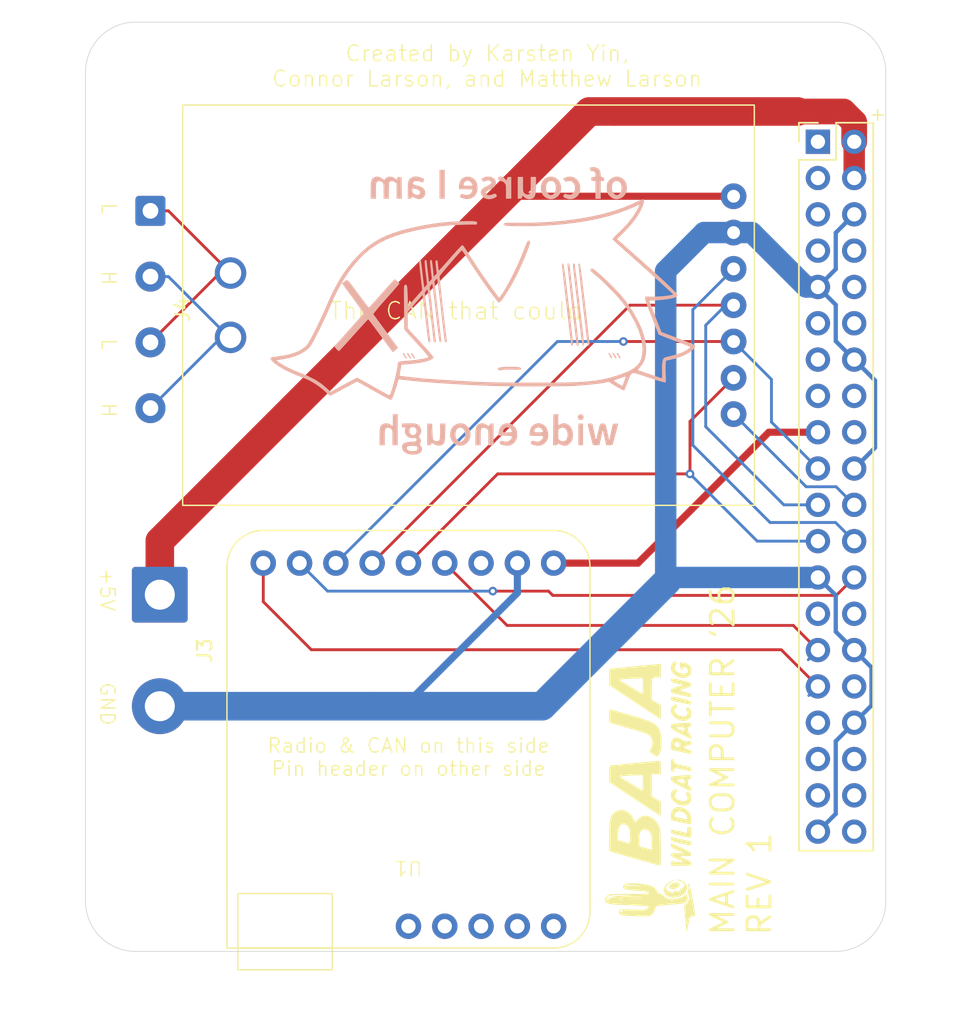
<source format=kicad_pcb>
(kicad_pcb (version 20240108) (generator "pcbnew") (generator_version "8.0")
  (layers (0 "F.Cu" signal) (31 "B.Cu" signal) (34 "B.Paste" user) (35 "F.Paste" user) (36 "B.SilkS" user "B.Silkscreen") (37 "F.SilkS" user "F.Silkscreen") (38 "B.Mask" user) (39 "F.Mask" user) (44 "Edge.Cuts" user))
  (net 0 "")
  (net 1 "INT")
  (net 4 "+5v")
  (net 6 "GND")
  (net 10 "CSN")
  (net 11 "3V3")
  (net 16 "RADIO_INT")
  (net 22 "RST")
  (net 29 "High")
  (net 30 "Low")
  (net 31 "SO")
  (net 32 "SCK")
  (net 34 "SI")
  (net 35 "CS")
  (footprint "MountingHole:MountingHole_3.2mm_M3" (layer "F.Cu") (at 147.5 87.5 180)
    (property "Reference" "REF**" (hide yes))
    (property "Value" "MountingHole_3.2mm_M3")
    (pad "" np_thru_hole circle (at 0 0 180) (size 3.2 3.2) (drill 3.2) (layers "*.Cu" "*.Mask"))
  )
  (footprint "MountingHole:MountingHole_3.2mm_M3" (layer "F.Cu") (at 98.5 145.5 180)
    (property "Reference" "REF**" (hide yes))
    (property "Value" "MountingHole_3.2mm_M3")
    (pad "" np_thru_hole circle (at 0 0 180) (size 3.2 3.2) (drill 3.2) (layers "*.Cu" "*.Mask"))
  )
  (footprint "Connector_Wire:SolderWire-0.5sqmm_1x04_P4.6mm_D0.9mm_OD2.1mm" (layer "F.Cu") (at 99.545 97.2 -90)
    (property "Reference" "J4" (at 6.9 -2.25 -90) (layer "F.SilkS"))
    (property "Value" "CAN to outer connector")
    (pad "1" thru_hole roundrect (at 0 0 270) (size 2.1 2.1) (drill 1.1) (layers "*.Cu" "*.Mask") (roundrect_rratio 0.119048) (net 30 "Low"))
    (pad "2" thru_hole circle (at 4.6 0 270) (size 2.1 2.1) (drill 1.1) (layers "*.Cu" "*.Mask") (net 29 "High"))
    (pad "3" thru_hole circle (at 9.2 0 270) (size 2.1 2.1) (drill 1.1) (layers "*.Cu" "*.Mask") (net 30 "Low"))
    (pad "4" thru_hole circle (at 13.8 0 270) (size 2.1 2.1) (drill 1.1) (layers "*.Cu" "*.Mask") (net 29 "High"))
  )
  (footprint "0_custom:HiLetgo CAN Bus (Facing Up)" (layer "F.Cu") (at 127.85 101.4 180)
    (property "Reference" "UNIT_1" (hide yes))
    (property "Value" "HiLetgo CAN Bus" (hide yes))
    (pad "1" thru_hole circle (at -12.5 -10.02) (size 1.8 1.8) (drill 0.9) (layers "*.Cu" "*.Mask" "Dwgs.User") (net 1 "INT"))
    (pad "2" thru_hole circle (at -12.5 -7.48) (size 1.8 1.8) (drill 0.9) (layers "*.Cu" "*.Mask") (net 32 "SCK"))
    (pad "3" thru_hole circle (at -12.5 -4.94) (size 1.8 1.8) (drill 0.9) (layers "*.Cu" "*.Mask") (net 34 "SI"))
    (pad "4" thru_hole circle (at -12.5 -2.4) (size 1.8 1.8) (drill 0.9) (layers "*.Cu" "*.Mask") (net 31 "SO"))
    (pad "5" thru_hole circle (at -12.5 0.14) (size 1.8 1.8) (drill 0.9) (layers "*.Cu" "*.Mask") (net 35 "CS"))
    (pad "6" thru_hole circle (at -12.5 2.68) (size 1.8 1.8) (drill 0.9) (layers "*.Cu" "*.Mask") (net 6 "GND"))
    (pad "7" thru_hole circle (at -12.5 5.22) (size 1.8 1.8) (drill 0.9) (layers "*.Cu" "*.Mask") (net 4 "+5v"))
    (pad "8" thru_hole circle (at 22.7 -4.65) (size 2.2 2.2) (drill 1.5) (layers "*.Cu" "*.Mask") (net 29 "High"))
    (pad "9" thru_hole circle (at 22.7 -0.15) (size 2.2 2.2) (drill 1.5) (layers "*.Cu" "*.Mask") (net 30 "Low"))
  )
  (footprint "Connector_PinHeader_2.54mm:PinHeader_2x20_P2.54mm_Vertical" (layer "F.Cu") (at 146.25 92.365)
    (property "Reference" "J1" (hide yes))
    (property "Value" "Pi 5 GPIO HEADER" (hide yes))
    (pad "1" thru_hole rect (at 0 0) (size 1.7 1.7) (drill 1) (layers "*.Cu" "*.Mask"))
    (pad "2" thru_hole oval (at 2.54 0) (size 1.7 1.7) (drill 1) (layers "*.Cu" "*.Mask") (net 4 "+5v"))
    (pad "3" thru_hole oval (at 0 2.54) (size 1.7 1.7) (drill 1) (layers "*.Cu" "*.Mask"))
    (pad "4" thru_hole oval (at 2.54 2.54) (size 1.7 1.7) (drill 1) (layers "*.Cu" "*.Mask") (net 4 "+5v"))
    (pad "5" thru_hole oval (at 0 5.08) (size 1.7 1.7) (drill 1) (layers "*.Cu" "*.Mask"))
    (pad "6" thru_hole oval (at 2.54 5.08) (size 1.7 1.7) (drill 1) (layers "*.Cu" "*.Mask") (net 6 "GND"))
    (pad "7" thru_hole oval (at 0 7.62) (size 1.7 1.7) (drill 1) (layers "*.Cu" "*.Mask"))
    (pad "8" thru_hole oval (at 2.54 7.62) (size 1.7 1.7) (drill 1) (layers "*.Cu" "*.Mask"))
    (pad "9" thru_hole oval (at 0 10.16) (size 1.7 1.7) (drill 1) (layers "*.Cu" "*.Mask") (net 6 "GND"))
    (pad "10" thru_hole oval (at 2.54 10.16) (size 1.7 1.7) (drill 1) (layers "*.Cu" "*.Mask"))
    (pad "11" thru_hole oval (at 0 12.7) (size 1.7 1.7) (drill 1) (layers "*.Cu" "*.Mask"))
    (pad "12" thru_hole oval (at 2.54 12.7) (size 1.7 1.7) (drill 1) (layers "*.Cu" "*.Mask"))
    (pad "13" thru_hole oval (at 0 15.24) (size 1.7 1.7) (drill 1) (layers "*.Cu" "*.Mask"))
    (pad "14" thru_hole oval (at 2.54 15.24) (size 1.7 1.7) (drill 1) (layers "*.Cu" "*.Mask") (net 6 "GND"))
    (pad "15" thru_hole oval (at 0 17.78) (size 1.7 1.7) (drill 1) (layers "*.Cu" "*.Mask"))
    (pad "16" thru_hole oval (at 2.54 17.78) (size 1.7 1.7) (drill 1) (layers "*.Cu" "*.Mask"))
    (pad "17" thru_hole oval (at 0 20.32) (size 1.7 1.7) (drill 1) (layers "*.Cu" "*.Mask") (net 11 "3V3"))
    (pad "18" thru_hole oval (at 2.54 20.32) (size 1.7 1.7) (drill 1) (layers "*.Cu" "*.Mask"))
    (pad "19" thru_hole oval (at 0 22.86) (size 1.7 1.7) (drill 1) (layers "*.Cu" "*.Mask") (net 34 "SI"))
    (pad "20" thru_hole oval (at 2.54 22.86) (size 1.7 1.7) (drill 1) (layers "*.Cu" "*.Mask") (net 6 "GND"))
    (pad "21" thru_hole oval (at 0 25.4) (size 1.7 1.7) (drill 1) (layers "*.Cu" "*.Mask") (net 31 "SO"))
    (pad "22" thru_hole oval (at 2.54 25.4) (size 1.7 1.7) (drill 1) (layers "*.Cu" "*.Mask") (net 1 "INT"))
    (pad "23" thru_hole oval (at 0 27.94) (size 1.7 1.7) (drill 1) (layers "*.Cu" "*.Mask") (net 32 "SCK"))
    (pad "24" thru_hole oval (at 2.54 27.94) (size 1.7 1.7) (drill 1) (layers "*.Cu" "*.Mask") (net 35 "CS"))
    (pad "25" thru_hole oval (at 0 30.48) (size 1.7 1.7) (drill 1) (layers "*.Cu" "*.Mask") (net 6 "GND"))
    (pad "26" thru_hole oval (at 2.54 30.48) (size 1.7 1.7) (drill 1) (layers "*.Cu" "*.Mask") (net 10 "CSN"))
    (pad "27" thru_hole oval (at 0 33.02) (size 1.7 1.7) (drill 1) (layers "*.Cu" "*.Mask"))
    (pad "28" thru_hole oval (at 2.54 33.02) (size 1.7 1.7) (drill 1) (layers "*.Cu" "*.Mask"))
    (pad "29" thru_hole oval (at 0 35.56) (size 1.7 1.7) (drill 1) (layers "*.Cu" "*.Mask") (net 16 "RADIO_INT"))
    (pad "30" thru_hole oval (at 2.54 35.56) (size 1.7 1.7) (drill 1) (layers "*.Cu" "*.Mask") (net 6 "GND"))
    (pad "31" thru_hole oval (at 0 38.1) (size 1.7 1.7) (drill 1) (layers "*.Cu" "*.Mask") (net 22 "RST"))
    (pad "32" thru_hole oval (at 2.54 38.1) (size 1.7 1.7) (drill 1) (layers "*.Cu" "*.Mask"))
    (pad "33" thru_hole oval (at 0 40.64) (size 1.7 1.7) (drill 1) (layers "*.Cu" "*.Mask"))
    (pad "34" thru_hole oval (at 2.54 40.64) (size 1.7 1.7) (drill 1) (layers "*.Cu" "*.Mask") (net 6 "GND"))
    (pad "35" thru_hole oval (at 0 43.18) (size 1.7 1.7) (drill 1) (layers "*.Cu" "*.Mask"))
    (pad "36" thru_hole oval (at 2.54 43.18) (size 1.7 1.7) (drill 1) (layers "*.Cu" "*.Mask"))
    (pad "37" thru_hole oval (at 0 45.72) (size 1.7 1.7) (drill 1) (layers "*.Cu" "*.Mask"))
    (pad "38" thru_hole oval (at 2.54 45.72) (size 1.7 1.7) (drill 1) (layers "*.Cu" "*.Mask"))
    (pad "39" thru_hole oval (at 0 48.26) (size 1.7 1.7) (drill 1) (layers "*.Cu" "*.Mask") (net 6 "GND"))
    (pad "40" thru_hole oval (at 2.54 48.26) (size 1.7 1.7) (drill 1) (layers "*.Cu" "*.Mask"))
  )
  (footprint "MountingHole:MountingHole_3.2mm_M3" (layer "F.Cu") (at 98.5 87.5)
    (property "Reference" "REF**" (hide yes))
    (property "Value" "MountingHole_3.2mm_M3")
    (pad "" np_thru_hole circle (at 0 0) (size 3.2 3.2) (drill 3.2) (layers "*.Cu" "*.Mask"))
  )
  (footprint "BAJA SAE:Baja Logo" (layer "F.Cu") (at 134.5 138.2 90)
    (property "Reference" "G***" (hide yes))
    (property "Value" "LOGO" (hide yes))
  )
  (footprint "MountingHole:MountingHole_3.2mm_M3" (layer "F.Cu") (at 147.5 145.5)
    (property "Reference" "REF**" (hide yes))
    (property "Value" "MountingHole_3.2mm_M3")
    (pad "" np_thru_hole circle (at 0 0) (size 3.2 3.2) (drill 3.2) (layers "*.Cu" "*.Mask"))
  )
  (footprint "Baja SAE Footprints:Adafruit RFM95W Breakout" (layer "F.Cu") (at 117.6 153.845 180)
    (property "Reference" "U1" (at 0 10.668 180) (layer "F.SilkS") (effects (font (thickness 0.1))))
    (property "Value" "RFM9X Breakout")
    (pad "1" thru_hole circle (at -10.16 32.004 180) (size 1.778 1.778) (drill 1) (layers "*.Cu" "*.Mask") (net 11 "3V3"))
    (pad "2" thru_hole circle (at -7.62 32.004 180) (size 1.778 1.778) (drill 1) (layers "*.Cu" "*.Mask") (net 6 "GND"))
    (pad "3" thru_hole circle (at -5.08 32.004 180) (size 1.778 1.778) (drill 1) (layers "*.Cu" "*.Mask"))
    (pad "4" thru_hole circle (at -2.54 32.004 180) (size 1.778 1.778) (drill 1) (layers "*.Cu" "*.Mask") (net 16 "RADIO_INT"))
    (pad "5" thru_hole circle (at 0 32.004 180) (size 1.778 1.778) (drill 1) (layers "*.Cu" "*.Mask") (net 32 "SCK"))
    (pad "6" thru_hole circle (at 2.54 32.004 180) (size 1.778 1.778) (drill 1) (layers "*.Cu" "*.Mask") (net 31 "SO"))
    (pad "7" thru_hole circle (at 5.08 32.004 180) (size 1.778 1.778) (drill 1) (layers "*.Cu" "*.Mask") (net 34 "SI"))
    (pad "8" thru_hole circle (at 7.62 32.004 180) (size 1.778 1.778) (drill 1) (layers "*.Cu" "*.Mask") (net 10 "CSN"))
    (pad "9" thru_hole circle (at 10.16 32.004 180) (size 1.778 1.778) (drill 1) (layers "*.Cu" "*.Mask") (net 22 "RST"))
    (pad "10" thru_hole circle (at -10.16 6.604 180) (size 1.778 1.778) (drill 1) (layers "*.Cu" "*.Mask"))
    (pad "11" thru_hole circle (at -7.62 6.604 180) (size 1.778 1.778) (drill 1) (layers "*.Cu" "*.Mask"))
    (pad "12" thru_hole circle (at -5.08 6.604 180) (size 1.778 1.778) (drill 1) (layers "*.Cu" "*.Mask"))
    (pad "13" thru_hole circle (at -2.54 6.604 180) (size 1.778 1.778) (drill 1) (layers "*.Cu" "*.Mask"))
    (pad "14" thru_hole circle (at 0 6.604 180) (size 1.778 1.778) (drill 1) (layers "*.Cu" "*.Mask"))
  )
  (footprint "Connector_Wire:SolderWire-1.5sqmm_1x02_P7.8mm_D1.7mm_OD3.9mm" (layer "F.Cu") (at 100.2 124.05 -90)
    (property "Reference" "J3" (at 3.9 -3.15 -90) (layer "F.SilkS"))
    (property "Value" "Conn_01x02")
    (pad "1" thru_hole roundrect (at 0 0 270) (size 3.9 3.9) (drill 2.1) (layers "*.Cu" "*.Mask") (roundrect_rratio 0.064103) (net 4 "+5v"))
    (pad "2" thru_hole circle (at 7.8 0 270) (size 3.9 3.9) (drill 2.1) (layers "*.Cu" "*.Mask") (net 6 "GND"))
  )
  (footprint "0_custom:wide_enough" (layer "B.Cu") (at 123.352656 104.336284 180)
    (property "Reference" "G***" (hide yes))
    (property "Value" "LOGO" (hide yes))
  )
  (gr_line (start 95 87.5) (end 95 145.5) (stroke (width 0.05)) (layer "Edge.Cuts"))
  (gr_arc (start 151 145.5) (mid 149.974874 147.974874) (end 147.5 149) (stroke (width 0.05)) (layer "Edge.Cuts"))
  (gr_line (start 98.5 84) (end 147.5 84) (stroke (width 0.05)) (layer "Edge.Cuts"))
  (gr_arc (start 95 87.5) (mid 96.025126 85.025126) (end 98.5 84) (stroke (width 0.05)) (layer "Edge.Cuts"))
  (gr_arc (start 98.5 149) (mid 96.025126 147.974874) (end 95 145.5) (stroke (width 0.05)) (layer "Edge.Cuts"))
  (gr_line (start 151 145.5) (end 151 87.5) (stroke (width 0.05)) (layer "Edge.Cuts"))
  (gr_line (start 98.5 149) (end 147.5 149) (stroke (width 0.05)) (layer "Edge.Cuts"))
  (gr_arc (start 147.5 84) (mid 149.974874 85.025126) (end 151 87.5) (stroke (width 0.05)) (layer "Edge.Cuts"))
  (gr_text "+5V" (at 95.95 122.1 -90) (layer "F.SilkS") (effects (font (size 1 1) (thickness 0.1)) (justify left bottom)))
  (gr_text "Created by Karsten Yin,\nConnor Larson, and Matthew Larson" (at 123.1 88.6 0) (layer "F.SilkS") (effects (font (size 1.1 1.1) (thickness 0.1)) (justify bottom)))
  (gr_text "Radio & CAN on this side\nPin header on other side" (at 117.6 136.8 0) (layer "F.SilkS") (effects (font (size 1 1) (thickness 0.1)) (justify bottom)))
  (gr_text "L" (at 96.045 106.05 -90) (layer "F.SilkS") (effects (font (size 1 1) (thickness 0.1)) (justify left bottom)))
  (gr_text "H" (at 96.045 101.3 270) (layer "F.SilkS") (effects (font (size 1 1) (thickness 0.1)) (justify left bottom)))
  (gr_text "+" (at 149.75 91 0) (layer "F.SilkS") (effects (font (size 1 1) (thickness 0.1)) (justify left bottom)))
  (gr_text "The CAN that could" (at 120.9 104.9 0) (layer "F.SilkS") (effects (font (size 1.2 1.2) (thickness 0.1)) (justify bottom)))
  (gr_text "H" (at 96.045 110.55 270) (layer "F.SilkS") (effects (font (size 1 1) (thickness 0.1)) (justify left bottom)))
  (gr_text "MAIN COMPUTER '26\nREV 1\n" (at 143.1 148 90) (layer "F.SilkS") (effects (font (size 1.6 1.6) (thickness 0.2)) (justify left bottom)))
  (gr_text "L" (at 96.045 96.55 -90) (layer "F.SilkS") (effects (font (size 1 1) (thickness 0.1)) (justify left bottom)))
  (gr_text "GND" (at 95.95 130.1 -90) (layer "F.SilkS") (effects (font (size 1 1) (thickness 0.1)) (justify left bottom)))
  (segment (start 145.43 116.5) (end 147.525 116.5) (width 0.2) (layer "B.Cu") (net 1))
  (segment (start 147.525 116.5) (end 148.79 117.765) (width 0.2) (layer "B.Cu") (net 1))
  (segment (start 140.35 111.42) (end 145.43 116.5) (width 0.2) (layer "B.Cu") (net 1))
  (segment (start 132 90.25) (end 144.85 90.25) (width 2) (layer "F.Cu") (net 4))
  (segment (start 140.35 96.18) (end 124.32 96.18) (width 0.5) (layer "F.Cu") (net 4))
  (segment (start 130.25 90.25) (end 122.2 98.3) (width 2) (layer "F.Cu") (net 4))
  (segment (start 148.035 90.25) (end 144.85 90.25) (width 1.8) (layer "F.Cu") (net 4))
  (segment (start 148.79 92.365) (end 148.79 94.905) (width 1.5) (layer "F.Cu") (net 4))
  (segment (start 132 90.25) (end 130.25 90.25) (width 2) (layer "F.Cu") (net 4))
  (segment (start 148.79 92.365) (end 148.79 91.005) (width 1.8) (layer "F.Cu") (net 4))
  (segment (start 122.2 98.3) (end 100.2 120.3) (width 2) (layer "F.Cu") (net 4))
  (segment (start 148.79 91.005) (end 148.035 90.25) (width 1.8) (layer "F.Cu") (net 4))
  (segment (start 124.32 96.18) (end 122.2 98.3) (width 0.5) (layer "F.Cu") (net 4))
  (segment (start 100.2 120.3) (end 100.2 124.05) (width 2) (layer "F.Cu") (net 4))
  (segment (start 125.22 121.841) (end 125.22 123.93) (width 0.5) (layer "B.Cu") (net 6))
  (segment (start 117.3 131.85) (end 115 131.85) (width 0.5) (layer "B.Cu") (net 6))
  (segment (start 146.25 102.525) (end 147.5 103.775) (width 0.3) (layer "B.Cu") (net 6))
  (segment (start 150 131.795) (end 148.79 133.005) (width 0.3) (layer "B.Cu") (net 6))
  (segment (start 145.427792 102.525) (end 146.25 102.525) (width 1.5) (layer "B.Cu") (net 6))
  (segment (start 148.79 133.005) (end 147.5 134.295) (width 0.3) (layer "B.Cu") (net 6))
  (segment (start 146.25 122.845) (end 135.955 122.845) (width 1.5) (layer "B.Cu") (net 6))
  (segment (start 115 131.85) (end 100.2 131.85) (width 2) (layer "B.Cu") (net 6))
  (segment (start 147.5 101.275) (end 147.5 98.735) (width 0.3) (layer "B.Cu") (net 6))
  (segment (start 126.95 131.85) (end 115 131.85) (width 2) (layer "B.Cu") (net 6))
  (segment (start 135.955 122.845) (end 135.7 123.1) (width 1.5) (layer "B.Cu") (net 6))
  (segment (start 148.79 127.925) (end 150 129.135) (width 0.3) (layer "B.Cu") (net 6))
  (segment (start 150.25 109.065) (end 150.25 113.765) (width 0.3) (layer "B.Cu") (net 6))
  (segment (start 150 129.135) (end 150 131.795) (width 0.3) (layer "B.Cu") (net 6))
  (segment (start 147.5 124.095) (end 147.5 126.635) (width 0.3) (layer "B.Cu") (net 6))
  (segment (start 147.5 126.635) (end 148.79 127.925) (width 0.3) (layer "B.Cu") (net 6))
  (segment (start 147.5 134.295) (end 147.5 139.375) (width 0.3) (layer "B.Cu") (net 6))
  (segment (start 135.6 101.4) (end 135.6 123) (width 1.5) (layer "B.Cu") (net 6))
  (segment (start 100.2 131.6) (end 101.15 131.6) (width 0.5) (layer "B.Cu") (net 6))
  (segment (start 125.22 123.93) (end 117.3 131.85) (width 0.5) (layer "B.Cu") (net 6))
  (segment (start 135.7 123.1) (end 126.95 131.85) (width 2) (layer "B.Cu") (net 6))
  (segment (start 150.25 113.765) (end 148.79 115.225) (width 0.3) (layer "B.Cu") (net 6))
  (segment (start 147.5 98.735) (end 148.79 97.445) (width 0.3) (layer "B.Cu") (net 6))
  (segment (start 146.25 122.845) (end 147.5 124.095) (width 0.3) (layer "B.Cu") (net 6))
  (segment (start 140.35 98.72) (end 138.28 98.72) (width 1.5) (layer "B.Cu") (net 6))
  (segment (start 147.5 139.375) (end 146.25 140.625) (width 0.3) (layer "B.Cu") (net 6))
  (segment (start 135.6 123) (end 135.7 123.1) (width 1.5) (layer "B.Cu") (net 6))
  (segment (start 138.28 98.72) (end 135.6 101.4) (width 1.5) (layer "B.Cu") (net 6))
  (segment (start 148.79 107.605) (end 150.25 109.065) (width 0.3) (layer "B.Cu") (net 6))
  (segment (start 147.5 106.315) (end 148.79 107.605) (width 0.3) (layer "B.Cu") (net 6))
  (segment (start 146.25 102.525) (end 147.5 101.275) (width 0.3) (layer "B.Cu") (net 6))
  (segment (start 147.5 103.775) (end 147.5 106.315) (width 0.3) (layer "B.Cu") (net 6))
  (segment (start 140.35 98.72) (end 141.622792 98.72) (width 1.5) (layer "B.Cu") (net 6))
  (segment (start 141.622792 98.72) (end 145.427792 102.525) (width 1.5) (layer "B.Cu") (net 6))
  (segment (start 127.7 124.1) (end 127.4 123.8) (width 0.2) (layer "F.Cu") (net 10))
  (segment (start 147.535 124.1) (end 127.7 124.1) (width 0.2) (layer "F.Cu") (net 10))
  (segment (start 127.4 123.8) (end 123.5 123.8) (width 0.2) (layer "F.Cu") (net 10))
  (segment (start 148.79 122.845) (end 147.535 124.1) (width 0.2) (layer "F.Cu") (net 10))
  (via (at 123.5 123.8) (size 0.6) (drill 0.3) (layers "F.Cu" "B.Cu") (net 10))
  (segment (start 111.939 123.8) (end 109.98 121.841) (width 0.2) (layer "B.Cu") (net 10))
  (segment (start 123.5 123.8) (end 111.939 123.8) (width 0.2) (layer "B.Cu") (net 10))
  (segment (start 146.25 112.685) (end 142.815 112.685) (width 0.5) (layer "F.Cu") (net 11))
  (segment (start 133.659 121.841) (end 127.76 121.841) (width 0.5) (layer "F.Cu") (net 11))
  (segment (start 142.815 112.685) (end 133.659 121.841) (width 0.5) (layer "F.Cu") (net 11))
  (segment (start 144.525 126.2) (end 146.25 127.925) (width 0.2) (layer "F.Cu") (net 16))
  (segment (start 120.14 121.841) (end 124.499 126.2) (width 0.2) (layer "F.Cu") (net 16))
  (segment (start 124.499 126.2) (end 144.525 126.2) (width 0.2) (layer "F.Cu") (net 16))
  (segment (start 145.575 128.6) (end 146.25 127.925) (width 0.2) (layer "B.Cu") (net 16))
  (segment (start 146.25 127.75) (end 146.25 127.925) (width 0.2) (layer "B.Cu") (net 16))
  (segment (start 107.44 121.841) (end 107.44 124.54) (width 0.2) (layer "F.Cu") (net 22))
  (segment (start 107.44 124.54) (end 110.8 127.9) (width 0.2) (layer "F.Cu") (net 22))
  (segment (start 143.685 127.9) (end 146.25 130.465) (width 0.2) (layer "F.Cu") (net 22))
  (segment (start 110.8 127.9) (end 143.685 127.9) (width 0.2) (layer "F.Cu") (net 22))
  (segment (start 145.615 131.1) (end 146.25 130.465) (width 0.2) (layer "B.Cu") (net 22))
  (segment (start 100.8 101.8) (end 105.05 106.05) (width 0.2) (layer "B.Cu") (net 29))
  (segment (start 105.05 106.05) (end 105.15 106.05) (width 0.2) (layer "B.Cu") (net 29))
  (segment (start 99.545 111) (end 104.495 106.05) (width 0.2) (layer "B.Cu") (net 29))
  (segment (start 99.545 101.8) (end 100.8 101.8) (width 0.2) (layer "B.Cu") (net 29))
  (segment (start 104.495 106.05) (end 105.15 106.05) (width 0.2) (layer "B.Cu") (net 29))
  (segment (start 104.395 101.55) (end 105.15 101.55) (width 0.2) (layer "F.Cu") (net 30))
  (segment (start 100.8 97.2) (end 105.15 101.55) (width 0.2) (layer "F.Cu") (net 30))
  (segment (start 99.545 97.2) (end 100.8 97.2) (width 0.2) (layer "F.Cu") (net 30))
  (segment (start 99.545 106.4) (end 104.395 101.55) (width 0.2) (layer "F.Cu") (net 30))
  (segment (start 133.101 103.8) (end 115.06 121.841) (width 0.2) (layer "F.Cu") (net 31))
  (segment (start 140.35 103.8) (end 133.101 103.8) (width 0.2) (layer "F.Cu") (net 31))
  (segment (start 138.4 105.2) (end 139.8 103.8) (width 0.2) (layer "B.Cu") (net 31))
  (segment (start 143.865 117.765) (end 138.4 112.3) (width 0.2) (layer "B.Cu") (net 31))
  (segment (start 139.8 103.8) (end 140.35 103.8) (width 0.2) (layer "B.Cu") (net 31))
  (segment (start 138.4 112.3) (end 138.4 105.2) (width 0.2) (layer "B.Cu") (net 31))
  (segment (start 146.25 117.765) (end 146.215 117.8) (width 0.2) (layer "B.Cu") (net 31))
  (segment (start 146.25 117.765) (end 143.865 117.765) (width 0.2) (layer "B.Cu") (net 31))
  (segment (start 137.3 111.93) (end 140.35 108.88) (width 0.2) (layer "F.Cu") (net 32))
  (segment (start 123.841 115.6) (end 117.6 121.841) (width 0.2) (layer "F.Cu") (net 32))
  (segment (start 137.3 115.6) (end 123.841 115.6) (width 0.2) (layer "F.Cu") (net 32))
  (segment (start 137.3 115.6) (end 137.3 111.93) (width 0.2) (layer "F.Cu") (net 32))
  (segment (start 145.705 120.305) (end 146.25 120.305) (width 0.2) (layer "F.Cu") (net 32))
  (via (at 137.3 115.6) (size 0.6) (drill 0.3) (layers "F.Cu" "B.Cu") (net 32))
  (segment (start 146.25 120.305) (end 142.005 120.305) (width 0.2) (layer "B.Cu") (net 32))
  (segment (start 142.005 120.305) (end 137.3 115.6) (width 0.2) (layer "B.Cu") (net 32))
  (segment (start 140.35 106.34) (end 132.64 106.34) (width 0.2) (layer "F.Cu") (net 34))
  (via (at 132.64 106.34) (size 0.6) (drill 0.3) (layers "F.Cu" "B.Cu") (net 34))
  (segment (start 128.021 106.34) (end 112.52 121.841) (width 0.2) (layer "B.Cu") (net 34))
  (segment (start 140.35 106.34) (end 143 108.99) (width 0.2) (layer "B.Cu") (net 34))
  (segment (start 143 108.99) (end 143 111.975) (width 0.2) (layer "B.Cu") (net 34))
  (segment (start 132.64 106.34) (end 128.021 106.34) (width 0.2) (layer "B.Cu") (net 34))
  (segment (start 143 111.975) (end 146.25 115.225) (width 0.2) (layer "B.Cu") (net 34))
  (segment (start 148.79 120.305) (end 147.485 119) (width 0.2) (layer "B.Cu") (net 35))
  (segment (start 139.64 101.26) (end 140.35 101.26) (width 0.2) (layer "B.Cu") (net 35))
  (segment (start 142.9 119) (end 137.5 113.6) (width 0.2) (layer "B.Cu") (net 35))
  (segment (start 147.485 119) (end 142.9 119) (width 0.2) (layer "B.Cu") (net 35))
  (segment (start 137.5 113.6) (end 137.5 104.11) (width 0.2) (layer "B.Cu") (net 35))
  (segment (start 137.5 104.11) (end 140.35 101.26) (width 0.2) (layer "B.Cu") (net 35))
)
</source>
